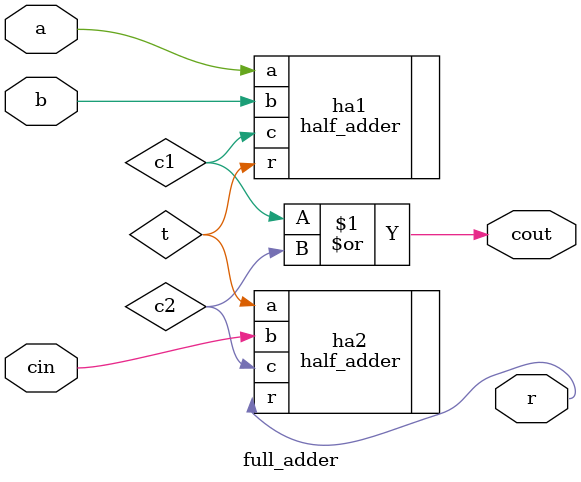
<source format=v>
/**
 * 1-bit full adder.
 *
 * Verilog can synthesize addition, but that feels like cheating.
 */
module full_adder (
  a,
  b,
  cin,
  r,
  cout
);

input a;
input b;
input cin;
output r;
output cout;

wire t;
wire c1;
wire c2;

half_adder ha1 (.a(a), .b(b), .r(t), .c(c1));
half_adder ha2 (.a(t), .b(cin), .r(r), .c(c2));
assign cout = c1 | c2;

endmodule

</source>
